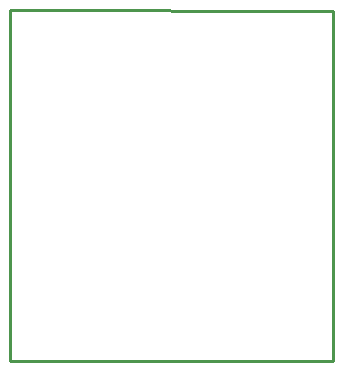
<source format=gko>
G04 Layer: BoardOutlineLayer*
G04 EasyEDA v6.5.38, 2023-12-01 04:26:50*
G04 a14715bac62b4674aedb9b46894eb211,1c5aeea7b1c04971ae88c05baabc065b,10*
G04 Gerber Generator version 0.2*
G04 Scale: 100 percent, Rotated: No, Reflected: No *
G04 Dimensions in millimeters *
G04 leading zeros omitted , absolute positions ,4 integer and 5 decimal *
%FSLAX45Y45*%
%MOMM*%

%ADD10C,0.2540*%
D10*
X700023Y6599936D02*
G01*
X3441700Y6591300D01*
X3441700Y5448300D01*
X3441700Y3632200D01*
X700023Y3632200D01*
X700023Y6599936D01*

%LPD*%
M02*

</source>
